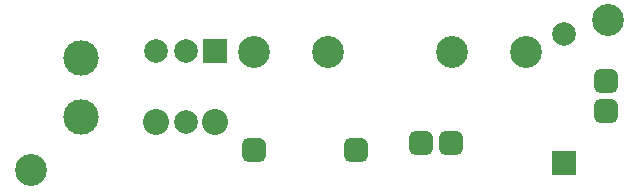
<source format=gbs>
G04*
G04 #@! TF.GenerationSoftware,Altium Limited,Altium Designer,20.1.11 (218)*
G04*
G04 Layer_Color=16711935*
%FSLAX44Y44*%
%MOMM*%
G71*
G04*
G04 #@! TF.SameCoordinates,04B24335-E8CF-4E0B-A664-B846B098F35D*
G04*
G04*
G04 #@! TF.FilePolarity,Negative*
G04*
G01*
G75*
%ADD15C,3.0000*%
G04:AMPARAMS|DCode=16|XSize=2mm|YSize=2mm|CornerRadius=0.5mm|HoleSize=0mm|Usage=FLASHONLY|Rotation=90.000|XOffset=0mm|YOffset=0mm|HoleType=Round|Shape=RoundedRectangle|*
%AMROUNDEDRECTD16*
21,1,2.0000,1.0000,0,0,90.0*
21,1,1.0000,2.0000,0,0,90.0*
1,1,1.0000,0.5000,0.5000*
1,1,1.0000,0.5000,-0.5000*
1,1,1.0000,-0.5000,-0.5000*
1,1,1.0000,-0.5000,0.5000*
%
%ADD16ROUNDEDRECTD16*%
%ADD17R,2.0000X2.0000*%
%ADD18C,2.0000*%
G04:AMPARAMS|DCode=19|XSize=2mm|YSize=2mm|CornerRadius=0.5mm|HoleSize=0mm|Usage=FLASHONLY|Rotation=0.000|XOffset=0mm|YOffset=0mm|HoleType=Round|Shape=RoundedRectangle|*
%AMROUNDEDRECTD19*
21,1,2.0000,1.0000,0,0,0.0*
21,1,1.0000,2.0000,0,0,0.0*
1,1,1.0000,0.5000,-0.5000*
1,1,1.0000,-0.5000,-0.5000*
1,1,1.0000,-0.5000,0.5000*
1,1,1.0000,0.5000,0.5000*
%
%ADD19ROUNDEDRECTD19*%
%ADD21R,2.0000X2.0000*%
%ADD22C,2.2032*%
%ADD23C,2.7032*%
D15*
X57000Y110000D02*
D03*
Y60000D02*
D03*
D16*
X502000Y90700D02*
D03*
Y65300D02*
D03*
D17*
X171000Y116000D02*
D03*
D18*
X146000D02*
D03*
X121000D02*
D03*
X146000Y56000D02*
D03*
X466000Y130380D02*
D03*
D19*
X290000Y32000D02*
D03*
X203640D02*
D03*
X370700Y38000D02*
D03*
X345300D02*
D03*
D21*
X466000Y21621D02*
D03*
D22*
X171000Y56000D02*
D03*
X121000D02*
D03*
D23*
X266460Y115000D02*
D03*
X203940D02*
D03*
X434060D02*
D03*
X371540D02*
D03*
X15000Y15000D02*
D03*
X503000Y142000D02*
D03*
M02*

</source>
